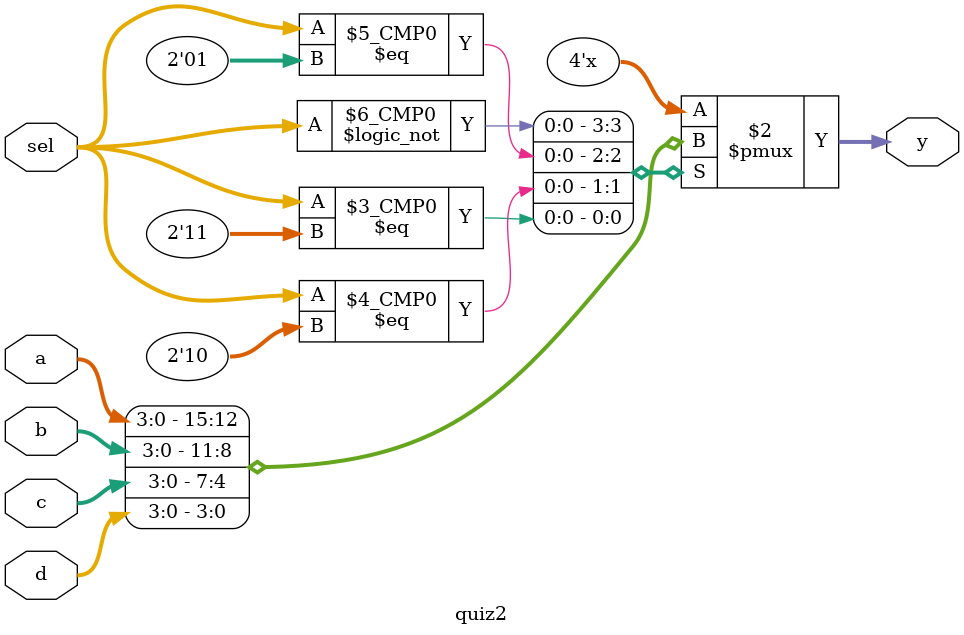
<source format=v>
module quiz2(sel, a, b, c, d, y);
input [1:0] sel;
input [3:0] a, b, c, d;
output reg [3:0] y;

always @(sel or a or b or c or d) begin
	case(sel)
		2'b00 : y = a;
		2'b01 : y = b;
		2'b10 : y = c;
		2'b11 : y = d;
		default : y = 4'bx;
	endcase
end 
endmodule
</source>
